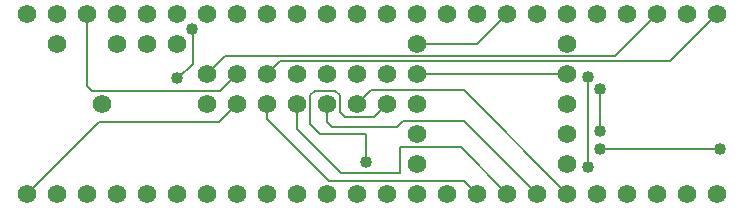
<source format=gtl>
G04 DipTrace 3.0.0.2*
G04 Teensy-TC36--T3.2-Adapter.gtl*
%MOIN*%
G04 #@! TF.FileFunction,Copper,L1,Top*
G04 #@! TF.Part,Single*
G04 #@! TA.AperFunction,Conductor*
%ADD13C,0.008*%
%ADD14C,0.007*%
G04 #@! TA.AperFunction,ComponentPad*
%ADD16C,0.06194*%
G04 #@! TA.AperFunction,ViaPad*
%ADD17C,0.04*%
%FSLAX26Y26*%
G04*
G70*
G90*
G75*
G01*
G04 Top*
%LPD*%
X1243701Y743701D2*
D13*
Y692857D1*
X1448857Y487701D1*
X1899701D1*
X1943701Y443701D1*
X1343701Y743701D2*
Y658701D1*
X1489659Y512743D1*
X1688057D1*
Y598701D1*
X1888701D1*
X2043701Y443701D1*
X2143701D2*
X1899701Y687701D1*
X1697701D1*
X1677701Y667701D1*
X1459701D1*
X1443701Y683701D1*
Y743701D1*
X2243701Y443701D2*
X1898701Y788701D1*
X1588701D1*
X1543701Y743701D1*
X1573701Y548701D2*
Y643701D1*
X1418701D1*
X1387701Y674701D1*
Y771701D1*
X1403701Y787701D1*
X1471701D1*
X1487701Y771701D1*
Y715701D1*
X1503701Y699701D1*
X1599701D1*
X1643701Y743701D1*
X1243701Y843701D2*
D14*
X1286482Y886482D1*
X2586482D1*
X2743701Y1043701D1*
X2753701Y593701D2*
D13*
X2353701D1*
Y653701D2*
Y793701D1*
X2313701Y533701D2*
Y833701D1*
X2243701Y843701D2*
X1743701D1*
X943654Y828841D2*
X947626D1*
X996194Y877410D1*
Y994544D1*
X995352Y993701D1*
X993701D1*
X2543701Y1043701D2*
D14*
X2402138Y902138D1*
X1102138D1*
X1043701Y843701D1*
X1143701Y743701D2*
D13*
X1083701Y683701D1*
X683701D1*
X443701Y443701D1*
X1143701Y843701D2*
X1087701Y787701D1*
X659701D1*
X643701Y803701D1*
Y1043701D1*
X1743701Y943701D2*
X1943701D1*
X2043701Y1043701D1*
D17*
X1573701Y548701D3*
X2313701Y833701D3*
Y533701D3*
X993701Y993701D3*
X943654Y828841D3*
X2353701Y593701D3*
X2753701D3*
X2353701Y793701D3*
Y653701D3*
D16*
X443701Y443701D3*
X543701D3*
X643701D3*
X743701D3*
X843701D3*
X943701D3*
X1043701D3*
X1143701D3*
X1243701D3*
X1343701D3*
X1443701D3*
X1543701D3*
X1643701D3*
X1743701D3*
X2243701Y543701D3*
Y643701D3*
Y743701D3*
Y843701D3*
X2043701Y1043701D3*
X1743701D3*
X1643701D3*
X1543701D3*
X1443701D3*
X1343701D3*
X1243701D3*
X1143701D3*
X1043701D3*
X943701D3*
X843701D3*
X743701D3*
X643701D3*
X543701D3*
X443701D3*
X543701Y943701D3*
X743701D3*
X843701D3*
X943701D3*
X2343701Y443701D3*
X2443701D3*
X2243701D3*
X2143701D3*
X2043701D3*
X1943701D3*
X2543701D3*
X2643701D3*
X2743701D3*
Y1043701D3*
X1843701Y443701D3*
X2643701Y1043701D3*
X1843701D3*
X2543701D3*
X2343701D3*
X2243701D3*
X2143701D3*
X2443701D3*
X1943701D3*
X2243701Y943701D3*
X1743701Y543701D3*
Y643701D3*
Y743701D3*
Y843701D3*
Y943701D3*
X1643701Y743701D3*
Y843701D3*
X1543701Y743701D3*
X1443701D3*
X1343701D3*
X1243701D3*
X1543701Y843701D3*
X1443701D3*
X1343701D3*
X1243701D3*
X1143701D3*
X1043701D3*
X1143701Y743701D3*
X1043701D3*
X693701D3*
M02*

</source>
